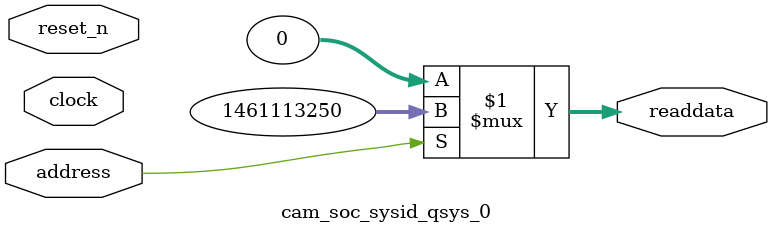
<source format=v>

`timescale 1ns / 1ps
// synthesis translate_on

// turn off superfluous verilog processor warnings 
// altera message_level Level1 
// altera message_off 10034 10035 10036 10037 10230 10240 10030 

module cam_soc_sysid_qsys_0 (
               // inputs:
                address,
                clock,
                reset_n,

               // outputs:
                readdata
             )
;

  output  [ 31: 0] readdata;
  input            address;
  input            clock;
  input            reset_n;

  wire    [ 31: 0] readdata;
  //control_slave, which is an e_avalon_slave
  assign readdata = address ? 1461113250 : 0;

endmodule




</source>
